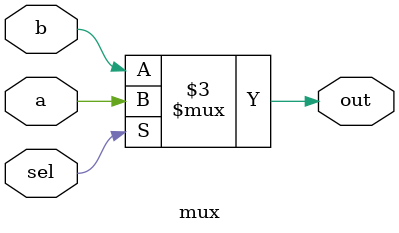
<source format=v>
module mux(a, b, sel, out );

input a,b, sel;
output out;

always @(a, b, sel)

if (sel) begin
	out<=a;
end
else begin
	out<=b;
end


endmodule


</source>
